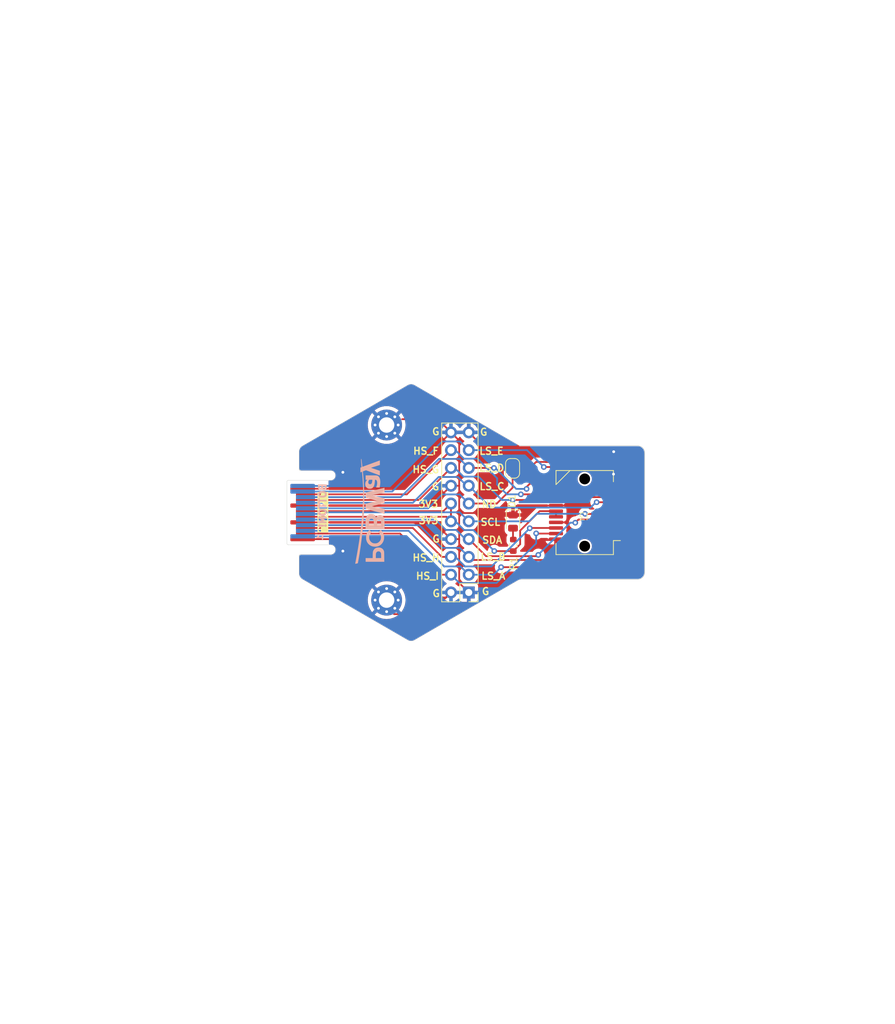
<source format=kicad_pcb>
(kicad_pcb (version 20240108) (generator "pcbnew") (generator_version "8.0")
  (layers (0 "F.Cu" signal) (31 "B.Cu" signal) (34 "B.Paste" user) (35 "F.Paste" user) (36 "B.SilkS" user "B.Silkscreen") (37 "F.SilkS" user "F.Silkscreen") (38 "B.Mask" user) (39 "F.Mask" user) (44 "Edge.Cuts" user))
  (net 0 "")
  (net 1 "/GND")
  (net 2 "/LS_A")
  (net 3 "/LS_B")
  (net 4 "/SDA")
  (net 5 "/SCL")
  (net 6 "/LS_C")
  (net 7 "/LS_D")
  (net 8 "/LS_E")
  (net 9 "/HS_F")
  (net 10 "/HS_G")
  (net 11 "/3V3")
  (net 12 "/HS_H")
  (net 13 "/HS_I")
  (net 14 "Net-(D1-A)")
  (net 15 "/HEXP_DET")
  (footprint "tildagon:hexpansion-edge-connector" (layer "F.Cu") (at 98.25 100)
    (property "Reference" "J1" (hide yes))
    (property "Value" "Hexpansion-Connector" (hide yes))
    (fp_line (start 0 4.4) (end 0 -4.4) (stroke (width 0.05)) (layer "Edge.Cuts"))
    (fp_line (start 6.25 -6) (end 2 -6) (stroke (width 0.05)) (layer "Edge.Cuts"))
    (fp_line (start 6.25 -4.6) (end 0.2 -4.6) (stroke (width 0.05)) (layer "Edge.Cuts"))
    (fp_line (start 6.25 4.6) (end 0.2 4.6) (stroke (width 0.05)) (layer "Edge.Cuts"))
    (fp_line (start 6.25 6) (end 2 6) (stroke (width 0.05)) (layer "Edge.Cuts"))
    (fp_arc (start 0 -4.4) (mid 0.058579 -4.541421) (end 0.2 -4.6) (stroke (width 0.05)) (layer "Edge.Cuts"))
    (fp_arc (start 0.2 4.6) (mid 0.058579 4.541421) (end 0 4.4) (stroke (width 0.05)) (layer "Edge.Cuts"))
    (fp_arc (start 6.25 -6) (mid 6.744975 -5.794975) (end 6.95 -5.3) (stroke (width 0.05)) (layer "Edge.Cuts"))
    (fp_arc (start 6.25 4.6) (mid 6.744975 4.805025) (end 6.95 5.3) (stroke (width 0.05)) (layer "Edge.Cuts"))
    (fp_arc (start 6.95 -5.3) (mid 6.744975 -4.805025) (end 6.25 -4.6) (stroke (width 0.05)) (layer "Edge.Cuts"))
    (fp_arc (start 6.95 5.3) (mid 6.744975 5.794975) (end 6.25 6) (stroke (width 0.05)) (layer "Edge.Cuts"))
  )
  (footprint "tildagon:SFP" (layer "F.Cu") (at 140.7922 100 180)
    (property "Reference" "J3")
    (property "Value" "Conn_02x10_Counter_Clockwise")
  )
  (footprint "LED_SMD:LED_0805_2012Metric" (layer "F.Cu") (at 130.55 101.29 -90)
    (property "Reference" "D1")
    (property "Value" "LED")
  )
  (footprint "MountingHole:MountingHole_2.2mm_M2_Pad_Via" (layer "F.Cu") (at 112.5 87.5)
    (property "Reference" "H2" (hide yes))
    (property "Value" "MountingHole_Pad")
  )
  (footprint "Connector_PinHeader_2.54mm:PinHeader_2x10_P2.54mm_Vertical" (layer "F.Cu") (at 124.23 111.41 180)
    (property "Reference" "J2" (hide yes))
    (property "Value" "Conn_02x10_Odd_Even" (hide yes))
  )
  (footprint "Jumper:SolderJumper-2_P1.3mm_Bridged_RoundedPad1.0x1.5mm" (layer "F.Cu") (at 130.49 93.69 90)
    (property "Reference" "JP1" (hide yes))
    (property "Value" "SolderJumper_2_Bridged" (hide yes))
  )
  (footprint "Resistor_SMD:R_0603_1608Metric" (layer "F.Cu") (at 130.59 104.68 90)
    (property "Reference" "R1")
    (property "Value" "R")
  )
  (footprint "MountingHole:MountingHole_2.2mm_M2_Pad_Via" (layer "F.Cu") (at 112.5 112.5)
    (property "Reference" "H1" (hide yes))
    (property "Value" "MountingHole_Pad")
  )
  (gr_poly (pts (xy 112.201654 101.766652) (xy 112.199456 101.387655) (xy 112.196557 101.24275) (xy 112.192247 101.123056) (xy 112.18637 101.025186) (xy 112.178768 100.945751) (xy 112.169282 100.881363) (xy 112.157755 100.828634) (xy 112.145115 100.785185) (xy 112.130479 100.743472) (xy 112.113899 100.703553) (xy 112.095428 100.665487) (xy 112.075117 100.62933) (xy 112.05302 100.595142) (xy 112.029188 100.562978) (xy 112.003673 100.532898) (xy 111.976529 100.504959) (xy 111.947808 100.47922) (xy 111.917561 100.455737) (xy 111.885841 100.434569) (xy 111.852701 100.415773) (xy 111.818192 100.399408) (xy 111.782367 100.385531) (xy 111.745279 100.3742) (xy 111.728476 100.370267) (xy 111.709785 100.366867) (xy 111.689473 100.363999) (xy 111.667808 100.361664) (xy 111.645058 100.359859) (xy 111.621489 100.358586) (xy 111.597369 100.357843) (xy 111.572966 100.35763) (xy 111.548546 100.357946) (xy 111.524378 100.358791) (xy 111.500728 100.360163) (xy 111.477865 100.362064) (xy 111.456055 100.364491) (xy 111.435567 100.367445) (xy 111.416666 100.370924) (xy 111.399622 100.374929) (xy 111.370169 100.383561) (xy 111.341198 100.39363) (xy 111.312779 100.405081) (xy 111.284986 100.41786) (xy 111.257891 100.431913) (xy 111.231567 100.447185) (xy 111.206085 100.463622) (xy 111.181518 100.481169) (xy 111.15794 100.499772) (xy 111.135421 100.519377) (xy 111.114034 100.539929) (xy 111.093852 100.561373) (xy 111.074948 100.583657) (xy 111.057393 100.606724) (xy 111.041259 100.63052) (xy 111.026621 100.654992) (xy 111.019077 100.668236) (xy 111.011785 100.680592) (xy 111.004921 100.69179) (xy 110.998663 100.70156) (xy 110.993187 100.70963) (xy 110.988671 100.715729) (xy 110.986828 100.717955) (xy 110.985291 100.719587) (xy 110.984083 100.720591) (xy 110.983225 100.720933) (xy 110.982817 100.720815) (xy 110.982345 100.720462) (xy 110.981811 100.719881) (xy 110.981217 100.719077) (xy 110.979857 100.716825) (xy 110.97828 100.713752) (xy 110.976503 100.709906) (xy 110.974543 100.705333) (xy 110.972415 100.700079) (xy 110.970137 100.694191) (xy 110.965191 100.680702) (xy 110.959836 100.665239) (xy 110.954202 100.648175) (xy 110.948419 100.629884) (xy 110.938718 100.601085) (xy 110.927613 100.572447) (xy 110.915211 100.544116) (xy 110.901618 100.516237) (xy 110.88694 100.488955) (xy 110.871286 100.462417) (xy 110.85476 100.436769) (xy 110.837471 100.412155) (xy 110.819524 100.388722) (xy 110.801026 100.366615) (xy 110.782084 100.34598) (xy 110.762804 100.326962) (xy 110.743294 100.309708) (xy 110.723659 100.294363) (xy 110.704006 100.281073) (xy 110.684442 100.269983) (xy 110.669848 100.263024) (xy 110.654419 100.256654) (xy 110.637998 100.250855) (xy 110.620427 100.245606) (xy 110.601545 100.240888) (xy 110.581196 100.236682) (xy 110.55922 100.232969) (xy 110.535459 100.229729) (xy 110.509755 100.226942) (xy 110.481948 100.224591) (xy 110.45188 100.222654) (xy 110.419393 100.221113) (xy 110.384328 100.219949) (xy 110.346526 100.219142) (xy 110.262079 100.218522) (xy 110.18795 100.218618) (xy 110.130974 100.219165) (xy 110.087766 100.220563) (xy 110.070267 100.221707) (xy 110.054941 100.223214) (xy 110.041364 100.225135) (xy 110.029114 100.227519) (xy 110.017767 100.230418) (xy 110.0069 100.23388) (xy 109.99609 100.237957) (xy 109.984914 100.242698) (xy 109.959772 100.254373) (xy 109.940059 100.264178) (xy 109.920652 100.274695) (xy 109.90156 100.285911) (xy 109.88279 100.297814) (xy 109.846255 100.323634) (xy 109.811118 100.352057) (xy 109.777449 100.382985) (xy 109.745317 100.416321) (xy 109.714793 100.451969) (xy 109.685945 100.48983) (xy 109.658846 100.529807) (xy 109.633563 100.571804) (xy 109.610168 100.615722) (xy 109.58873 100.661464) (xy 109.56932 100.708933) (xy 109.552006 100.758033) (xy 109.53686 100.808664) (xy 109.52395 100.86073) (xy 109.519629 100.880781) (xy 109.515788 100.900507) (xy 109.512392 100.920834) (xy 109.509405 100.942684) (xy 109.50679 100.966981) (xy 109.504511 100.994648) (xy 109.50253 101.02661) (xy 109.500812 101.063789) (xy 109.499321 101.10711) (xy 109.498019 101.157495) (xy 109.495839 101.283154) (xy 109.49398 101.448155) (xy 109.492151 101.659887) (xy 109.486154 102.341321) (xy 110.671671 102.341318) (xy 110.671671 101.663022) (xy 109.974344 101.663022) (xy 109.98234 101.433786) (xy 109.987096 101.339822) (xy 109.99337 101.253438) (xy 109.996848 101.216084) (xy 110.000431 101.184218) (xy 110.004028 101.159039) (xy 110.007547 101.141744) (xy 110.008158 101.141744) (xy 110.018671 101.106443) (xy 110.024491 101.089748) (xy 110.03069 101.073689) (xy 110.03727 101.058262) (xy 110.044234 101.043467) (xy 110.051583 101.029302) (xy 110.059321 101.015765) (xy 110.06745 101.002853) (xy 110.075971 100.990566) (xy 110.084889 100.978902) (xy 110.094204 100.967858) (xy 110.10392 100.957433) (xy 110.114039 100.947626) (xy 110.124563 100.938433) (xy 110.135494 100.929855) (xy 110.146836 100.921888) (xy 110.15859 100.914531) (xy 110.170759 100.907782) (xy 110.183345 100.90164) (xy 110.196351 100.896103) (xy 110.209779 100.891168) (xy 110.223632 100.886835) (xy 110.237911 100.883101) (xy 110.25262 100.879964) (xy 110.267761 100.877423) (xy 110.283336 100.875476) (xy 110.299347 100.874122) (xy 110.315798 100.873357) (xy 110.33269 100.873182) (xy 110.350025 100.873593) (xy 110.367807 100.874589) (xy 110.386529 100.876301) (xy 110.404567 100.878699) (xy 110.421928 100.881788) (xy 110.438618 100.885571) (xy 110.454642 100.890051) (xy 110.470007 100.895231) (xy 110.484719 100.901114) (xy 110.498785 100.907704) (xy 110.51221 100.915004) (xy 110.525001 100.923018) (xy 110.537163 100.931748) (xy 110.548704 100.941198) (xy 110.559629 100.951371) (xy 110.569944 100.96227) (xy 110.579656 100.973899) (xy 110.58877 100.986261) (xy 110.600128 101.003069) (xy 110.610257 101.019165) (xy 110.619235 101.034964) (xy 110.627139 101.050881) (xy 110.630713 101.059014) (xy 110.634047 101.067333) (xy 110.637153 101.075889) (xy 110.640039 101.084734) (xy 110.642715 101.093921) (xy 110.645191 101.103501) (xy 110.647477 101.113526) (xy 110.649582 101.124048) (xy 110.653289 101.146791) (xy 110.656392 101.172146) (xy 110.658967 101.200528) (xy 110.661093 101.232352) (xy 110.662848 101.268034) (xy 110.66431 101.30799) (xy 110.666666 101.402383) (xy 110.671671 101.663022) (xy 110.671671 102.341318) (xy 110.84411 102.341317) (xy 111.715402 102.341317) (xy 111.715402 101.663022) (xy 111.134287 101.663022) (xy 111.134287 101.47508) (xy 111.1345 101.421267) (xy 111.135243 101.376769) (xy 111.13667 101.340059) (xy 111.138937 101.309611) (xy 111.142198 101.283897) (xy 111.144249 101.272338) (xy 111.146608 101.26139) (xy 111.152322 101.240566) (xy 111.159494 101.219896) (xy 111.159281 101.219896) (xy 111.163451 101.20927) (xy 111.167879 101.198978) (xy 111.172565 101.189021) (xy 111.177509 101.179397) (xy 111.182711 101.170108) (xy 111.188172 101.161153) (xy 111.193891 101.152532) (xy 111.199869 101.144245) (xy 111.206105 101.136292) (xy 111.212601 101.128672) (xy 111.219355 101.121386) (xy 111.226368 101.114434) (xy 111.233641 101.107815) (xy 111.241173 101.10153) (xy 111.248964 101.095578) (xy 111.257015 101.089959) (xy 111.265326 101.084674) (xy 111.273896 101.079722) (xy 111.282726 101.075103) (xy 111.291817 101.070817) (xy 111.301167 101.066864) (xy 111.310778 101.063244) (xy 111.320649 101.059957) (xy 111.330781 101.057003) (xy 111.341173 101.054381) (xy 111.351827 101.052092) (xy 111.362741 101.050136) (xy 111.373916 101.048512) (xy 111.385352 101.04722) (xy 111.397049 101.046261) (xy 111.421228 101.045339) (xy 111.445162 101.045888) (xy 111.46844 101.048028) (xy 111.490995 101.051716) (xy 111.512758 101.056906) (xy 111.53366 101.063553) (xy 111.553632 101.071611) (xy 111.572608 101.081035) (xy 111.590517 101.091781) (xy 111.607292 101.103804) (xy 111.622864 101.117057) (xy 111.637165 101.131497) (xy 111.650126 101.147077) (xy 111.661679 101.163753) (xy 111.671755 101.181479) (xy 111.680286 101.200211) (xy 111.687204 101.219903) (xy 111.688718 101.225764) (xy 111.690255 101.233474) (xy 111.693355 101.253939) (xy 111.696422 101.280292) (xy 111.699375 101.311529) (xy 111.702131 101.346642) (xy 111.704609 101.384627) (xy 111.706725 101.424476) (xy 111.708399 101.465185) (xy 111.715402 101.663022) (xy 111.715402 102.341317) (xy 112.201807 102.341317)) (fill solid) (layer "B.SilkS"))
  (gr_poly (pts (xy 112.138307 103.487503) (xy 112.134994 103.41347) (xy 112.132328 103.378495) (xy 112.128987 103.345377) (xy 112.124966 103.31449) (xy 112.120264 103.286207) (xy 112.10905 103.232686) (xy 112.095803 103.179631) (xy 112.080567 103.127126) (xy 112.063385 103.075252) (xy 112.044301 103.024091) (xy 112.023359 102.973726) (xy 112.000603 102.92424) (xy 111.976076 102.875716) (xy 111.949823 102.828234) (xy 111.921887 102.781879) (xy 111.892311 102.736731) (xy 111.861141 102.692875) (xy 111.828419 102.650392) (xy 111.79419 102.609365) (xy 111.758497 102.569875) (xy 111.721384 102.532007) (xy 111.653177 102.465188) (xy 111.494898 102.631601) (xy 111.336618 102.798013) (xy 111.417215 102.883455) (xy 111.453321 102.923929) (xy 111.487184 102.966348) (xy 111.518738 103.010522) (xy 111.547914 103.056256) (xy 111.574647 103.103361) (xy 111.598868 103.151644) (xy 111.62051 103.200913) (xy 111.639507 103.250977) (xy 111.655791 103.301644) (xy 111.669296 103.352722) (xy 111.679953 103.40402) (xy 111.687696 103.455345) (xy 111.692457 103.506506) (xy 111.69417 103.557311) (xy 111.692767 103.607569) (xy 111.688181 103.657087) (xy 111.682443 103.697331) (xy 111.675577 103.735991) (xy 111.667528 103.773178) (xy 111.65824 103.809004) (xy 111.647657 103.84358) (xy 111.635722 103.877018) (xy 111.622382 103.909427) (xy 111.607578 103.94092) (xy 111.591256 103.971607) (xy 111.573361 104.001601) (xy 111.553835 104.031011) (xy 111.532623 104.05995) (xy 111.50967 104.088528) (xy 111.48492 104.116857) (xy 111.458316 104.145047) (xy 111.429804 104.173211) (xy 111.397691 104.202835) (xy 111.365683 104.230161) (xy 111.333643 104.255242) (xy 111.301438 104.278132) (xy 111.268931 104.298884) (xy 111.235988 104.317552) (xy 111.202474 104.334189) (xy 111.168255 104.348848) (xy 111.133194 104.361582) (xy 111.097158 104.372446) (xy 111.06001 104.381492) (xy 111.021617 104.388773) (xy 110.981842 104.394344) (xy 110.940552 104.398256) (xy 110.897611 104.400565) (xy 110.852884 104.401323) (xy 110.805676 104.400531) (xy 110.760354 104.398125) (xy 110.716803 104.394062) (xy 110.674911 104.388297) (xy 110.634564 104.380786) (xy 110.595648 104.371485) (xy 110.55805 104.360349) (xy 110.521656 104.347335) (xy 110.486353 104.332397) (xy 110.452028 104.315492) (xy 110.418567 104.296576) (xy 110.385856 104.275604) (xy 110.353782 104.252532) (xy 110.322232 104.227316) (xy 110.291092 104.199911) (xy 110.260248 104.170274) (xy 110.232351 104.141751) (xy 110.21986 104.128469) (xy 110.20823 104.115693) (xy 110.197383 104.103312) (xy 110.187236 104.091217) (xy 110.177708 104.079297) (xy 110.168718 104.067441) (xy 110.160186 104.055539) (xy 110.152029 104.043482) (xy 110.144167 104.031158) (xy 110.136519 104.018458) (xy 110.129003 104.005271) (xy 110.121539 103.991487) (xy 110.114045 103.976996) (xy 110.106439 103.961686) (xy 110.093233 103.934031) (xy 110.081219 103.907573) (xy 110.07035 103.882105) (xy 110.06058 103.857422) (xy 110.051861 103.833317) (xy 110.044147 103.809582) (xy 110.037388 103.786012) (xy 110.03154 103.762399) (xy 110.026554 103.738538) (xy 110.022383 103.71422) (xy 110.01898 103.689241) (xy 110.016298 103.663392) (xy 110.01429 103.636468) (xy 110.012908 103.608261) (xy 110.012105 103.578565) (xy 110.011835 103.547174) (xy 110.01262 103.498588) (xy 110.015091 103.452189) (xy 110.019371 103.407681) (xy 110.025585 103.364769) (xy 110.033855 103.323156) (xy 110.044305 103.282548) (xy 110.057058 103.242649) (xy 110.072237 103.203162) (xy 110.089966 103.163792) (xy 110.110369 103.124244) (xy 110.133568 103.084221) (xy 110.159687 103.043429) (xy 110.18885 103.00157) (xy 110.221179 102.95835) (xy 110.256798 102.913473) (xy 110.295832 102.866643) (xy 110.356531 102.795324) (xy 110.195917 102.637311) (xy 110.035303 102.479299) (xy 109.950205 102.568887) (xy 109.919185 102.602577) (xy 109.889177 102.637285) (xy 109.860227 102.672931) (xy 109.83238 102.709436) (xy 109.80568 102.746719) (xy 109.780174 102.784702) (xy 109.755905 102.823305) (xy 109.73292 102.862449) (xy 109.711262 102.902052) (xy 109.690978 102.942038) (xy 109.672113 102.982324) (xy 109.654711 103.022833) (xy 109.638818 103.063485) (xy 109.624478 103.104199) (xy 109.611738 103.144897) (xy 109.600641 103.185499) (xy 109.594523 103.213559) (xy 109.588972 103.246759) (xy 109.57965 103.325669) (xy 109.572838 103.41642) (xy 109.568701 103.513202) (xy 109.5674 103.610206) (xy 109.569098 103.70162) (xy 109.57396 103.781637) (xy 109.577628 103.815555) (xy 109.582147 103.844446) (xy 109.581903 103.844446) (xy 109.598556 103.92039) (xy 109.619309 103.994458) (xy 109.644058 104.066513) (xy 109.6727 104.136421) (xy 109.705131 104.204047) (xy 109.741249 104.269257) (xy 109.78095 104.331914) (xy 109.824131 104.391884) (xy 109.870688 104.449033) (xy 109.920517 104.503225) (xy 109.973516 104.554325) (xy 110.029581 104.602199) (xy 110.088609 104.646711) (xy 110.150496 104.687727) (xy 110.215139 104.725111) (xy 110.282434 104.758729) (xy 110.347836 104.786277) (xy 110.416245 104.810014) (xy 110.487213 104.829946) (xy 110.560293 104.846079) (xy 110.635039 104.858417) (xy 110.711003 104.866966) (xy 110.787737 104.871731) (xy 110.864796 104.872718) (xy 110.94173 104.86993) (xy 111.018094 104.863375) (xy 111.09344 104.853056) (xy 111.167321 104.838979) (xy 111.239289 104.82115) (xy 111.308898 104.799573) (xy 111.375701 104.774254) (xy 111.439249 104.745199) (xy 111.501869 104.711372) (xy 111.562389 104.67371) (xy 111.620676 104.632389) (xy 111.6766 104.587584) (xy 111.730027 104.539473) (xy 111.780827 104.48823) (xy 111.828866 104.434032) (xy 111.874014 104.377056) (xy 111.916138 104.317477) (xy 111.955106 104.255473) (xy 111.990787 104.191218) (xy 112.023048 104.124889) (xy 112.051758 104.056662) (xy 112.076784 103.986715) (xy 112.097995 103.915221) (xy 112.115259 103.842359) (xy 112.120489 103.814173) (xy 112.125077 103.783371) (xy 112.129019 103.750325) (xy 112.132312 103.715408) (xy 112.136944 103.641454) (xy 112.13895 103.564492)) (fill solid) (layer "B.SilkS"))
  (gr_poly (pts (xy 111.597423 95.594158) (xy 111.593003 95.509928) (xy 111.585668 95.429517) (xy 111.575445 95.352992) (xy 111.562359 95.280419) (xy 111.546436 95.211864) (xy 111.527703 95.147393) (xy 111.506185 95.087073) (xy 111.48191 95.03097) (xy 111.454901 94.979151) (xy 111.425187 94.931681) (xy 111.392792 94.888628) (xy 111.357743 94.850056) (xy 111.320066 94.816034) (xy 111.279788 94.786626) (xy 111.236933 94.761899) (xy 111.212419 94.749611) (xy 111.189582 94.738847) (xy 111.178357 94.734004) (xy 111.167029 94.729505) (xy 111.155422 94.725336) (xy 111.143362 94.721485) (xy 111.130676 94.717939) (xy 111.117189 94.714686) (xy 111.102726 94.711713) (xy 111.087113 94.709007) (xy 111.070175 94.706556) (xy 111.051739 94.704348) (xy 111.031629 94.702369) (xy 111.009672 94.700607) (xy 110.985693 94.699049) (xy 110.959518 94.697683) (xy 110.899881 94.695477) (xy 110.829366 94.693887) (xy 110.746578 94.692812) (xy 110.650122 94.692151) (xy 110.538603 94.691804) (xy 110.264795 94.691648) (xy 109.501215 94.691648) (xy 109.501215 95.318685) (xy 109.603571 95.322385) (xy 109.705912 95.325986) (xy 109.647104 95.394838) (xy 109.624471 95.422365) (xy 109.603197 95.450372) (xy 109.58328 95.478869) (xy 109.564716 95.507862) (xy 109.547502 95.537361) (xy 109.531636 95.567373) (xy 109.517113 95.597907) (xy 109.503931 95.62897) (xy 109.492086 95.660571) (xy 109.481576 95.692717) (xy 109.472397 95.725417) (xy 109.464547 95.75868) (xy 109.45802 95.792512) (xy 109.452816 95.826923) (xy 109.44893 95.86192) (xy 109.44636 95.897512) (xy 109.44518 95.923) (xy 109.44461 95.949713) (xy 109.444601 95.976855) (xy 109.445108 96.003631) (xy 109.446085 96.029249) (xy 109.447484 96.052913) (xy 109.449259 96.073829) (xy 109.451364 96.091203) (xy 109.451548 96.091218) (xy 109.459308 96.130559) (xy 109.47016 96.169355) (xy 109.483964 96.207447) (xy 109.500581 96.244679) (xy 109.519871 96.280889) (xy 109.541694 96.31592) (xy 109.565913 96.349612) (xy 109.592386 96.381807) (xy 109.620975 96.412345) (xy 109.651541 96.441069) (xy 109.683943 96.467819) (xy 109.718043 96.492436) (xy 109.753701 96.514761) (xy 109.790778 96.534637) (xy 109.829135 96.551902) (xy 109.868631 96.5664) (xy 109.879619 96.569851) (xy 109.890581 96.573016) (xy 109.901596 96.575907) (xy 109.912743 96.578531) (xy 109.924099 96.580899) (xy 109.935744 96.583021) (xy 109.947755 96.584904) (xy 109.960211 96.586561) (xy 109.97319 96.587998) (xy 109.98677 96.589227) (xy 110.001031 96.590257) (xy 110.01605 96.591097) (xy 110.048676 96.592245) (xy 110.085276 96.592748) (xy 110.135456 96.59183) (xy 110.135456 95.956504) (xy 110.121848 95.956155) (xy 110.107972 95.955204) (xy 110.093831 95.95365) (xy 110.079429 95.951491) (xy 110.064768 95.948724) (xy 110.048363 95.94485) (xy 110.03285 95.940214) (xy 110.01821 95.934796) (xy 110.004421 95.928577) (xy 109.991466 95.921537) (xy 109.985294 95.917704) (xy 109.979323 95.913658) (xy 109.97355 95.909398) (xy 109.967973 95.90492) (xy 109.96259 95.900223) (xy 109.957397 95.895304) (xy 109.952393 95.89016) (xy 109.947575 95.884789) (xy 109.94294 95.87919) (xy 109.938486 95.873359) (xy 109.930112 95.860991) (xy 109.922433 95.847669) (xy 109.915428 95.833371) (xy 109.909078 95.818079) (xy 109.903363 95.801774) (xy 109.898264 95.784437) (xy 109.893795 95.766962) (xy 109.88995 95.750107) (xy 109.886731 95.733788) (xy 109.884138 95.717922) (xy 109.882173 95.702424) (xy 109.880836 95.687211) (xy 109.880129 95.6722) (xy 109.880052 95.657306) (xy 109.880607 95.642447) (xy 109.881795 95.627537) (xy 109.883616 95.612494) (xy 109.886072 95.597233) (xy 109.889163 95.581671) (xy 109.892891 95.565725) (xy 109.897257 95.54931) (xy 109.902262 95.532342) (xy 109.90246 95.532335) (xy 109.905182 95.523987) (xy 109.908298 95.515192) (xy 109.915571 95.496554) (xy 109.923988 95.477018) (xy 109.933258 95.457181) (xy 109.943091 95.43764) (xy 109.953197 95.418991) (xy 109.963284 95.401833) (xy 109.96823 95.393999) (xy 109.973062 95.386762) (xy 110.019266 95.319722) (xy 110.237558 95.319722) (xy 110.304726 95.31984) (xy 110.356578 95.320327) (xy 110.395075 95.321382) (xy 110.422176 95.323205) (xy 110.432066 95.324468) (xy 110.439843 95.325997) (xy 110.44575 95.327819) (xy 110.450034 95.329958) (xy 110.45294 95.332439) (xy 110.454712 95.335286) (xy 110.455595 95.338526) (xy 110.455835 95.342183) (xy 110.455366 95.358295) (xy 110.454016 95.378165) (xy 110.449024 95.426997) (xy 110.441559 95.484302) (xy 110.432321 95.545704) (xy 110.422011 95.606828) (xy 110.411328 95.663297) (xy 110.400971 95.710736) (xy 110.396134 95.729701) (xy 110.391642 95.744767) (xy 110.386304 95.760013) (xy 110.380624 95.774703) (xy 110.374604 95.788836) (xy 110.368247 95.802411) (xy 110.361556 95.815426) (xy 110.354534 95.827879) (xy 110.347184 95.839768) (xy 110.339507 95.851091) (xy 110.331508 95.861848) (xy 110.323189 95.872035) (xy 110.314552 95.881652) (xy 110.3056 95.890697) (xy 110.296336 95.899167) (xy 110.286764 95.907062) (xy 110.276885 95.914379) (xy 110.266703 95.921117) (xy 110.256219 95.927273) (xy 110.245438 95.932847) (xy 110.234362 95.937837) (xy 110.222993 95.94224) (xy 110.211334 95.946056) (xy 110.199389 95.949281) (xy 110.187159 95.951916) (xy 110.174649 95.953957) (xy 110.161859 95.955403) (xy 110.148794 95.956253) (xy 110.135456 95.956504) (xy 110.135456 96.59183) (xy 110.13843 96.591776) (xy 110.188964 96.588263) (xy 110.236963 96.582157) (xy 110.282516 96.573405) (xy 110.325707 96.561956) (xy 110.366625 96.547758) (xy 110.405356 96.530758) (xy 110.441986 96.510903) (xy 110.476603 96.488143) (xy 110.509292 96.462424) (xy 110.540142 96.433695) (xy 110.569238 96.401903) (xy 110.596668 96.366996) (xy 110.622518 96.328923) (xy 110.646874 96.28763) (xy 110.669824 96.243066) (xy 110.684677 96.210974) (xy 110.698563 96.178245) (xy 110.711541 96.144597) (xy 110.723668 96.109749) (xy 110.735003 96.07342) (xy 110.745602 96.035328) (xy 110.755524 95.995192) (xy 110.764828 95.95273) (xy 110.77357 95.907662) (xy 110.781808 95.859706) (xy 110.789601 95.808581) (xy 110.797006 95.754005) (xy 110.804082 95.695697) (xy 110.810885 95.633376) (xy 110.823908 95.495569) (xy 110.839701 95.313432) (xy 110.894098 95.316934) (xy 110.908071 95.318158) (xy 110.92161 95.319999) (xy 110.934717 95.322461) (xy 110.947398 95.325551) (xy 110.959656 95.329275) (xy 110.971496 95.33364) (xy 110.982921 95.338651) (xy 110.993937 95.344315) (xy 111.004546 95.350638) (xy 111.014754 95.357626) (xy 111.024565 95.365285) (xy 111.033982 95.373622) (xy 111.043009 95.382643) (xy 111.051652 95.392353) (xy 111.059914 95.40276) (xy 111.067799 95.413868) (xy 111.075311 95.425685) (xy 111.082455 95.438217) (xy 111.089234 95.451469) (xy 111.095654 95.465449) (xy 111.101717 95.480161) (xy 111.107429 95.495613) (xy 111.112793 95.51181) (xy 111.117814 95.528759) (xy 111.122495 95.546465) (xy 111.126841 95.564936) (xy 111.130856 95.584177) (xy 111.134544 95.604194) (xy 111.140957 95.646583) (xy 111.146112 95.692151) (xy 111.148753 95.726254) (xy 111.150153 95.760807) (xy 111.150312 95.795804) (xy 111.149231 95.831244) (xy 111.146912 95.86712) (xy 111.143356 95.90343) (xy 111.138562 95.940169) (xy 111.132532 95.977332) (xy 111.125267 96.014917) (xy 111.116767 96.052919) (xy 111.107034 96.091333) (xy 111.096069 96.130156) (xy 111.083871 96.169384) (xy 111.070443 96.209012) (xy 111.055784 96.249036) (xy 111.039896 96.289453) (xy 111.033614 96.305543) (xy 111.027751 96.321708) (xy 111.022437 96.33751) (xy 111.017799 96.352515) (xy 111.013968 96.366285) (xy 111.011072 96.378384) (xy 111.00924 96.388375) (xy 111.008763 96.392444) (xy 111.0086 96.395822) (xy 111.0086 96.425062) (xy 111.497507 96.425062) (xy 111.509806 96.377961) (xy 111.528073 96.301085) (xy 111.544944 96.216332) (xy 111.560098 96.1262) (xy 111.573213 96.033181) (xy 111.583972 95.939772) (xy 111.592053 95.848465) (xy 111.597136 95.761757) (xy 111.598902 95.682142)) (fill solid) (layer "B.SilkS"))
  (gr_poly (pts (xy 112.160486 106.345136) (xy 112.156853 106.056937) (xy 112.152113 105.827903) (xy 112.146509 105.669073) (xy 112.143458 105.619434) (xy 112.140283 105.591485) (xy 112.12748 105.535359) (xy 112.111141 105.48144) (xy 112.09136 105.429822) (xy 112.068228 105.380595) (xy 112.041836 105.333852) (xy 112.012275 105.289684) (xy 111.979637 105.248184) (xy 111.944013 105.209444) (xy 111.905496 105.173556) (xy 111.864175 105.140611) (xy 111.820143 105.110702) (xy 111.77349 105.08392) (xy 111.724309 105.060358) (xy 111.672691 105.040107) (xy 111.618728 105.02326) (xy 111.562509 105.009908) (xy 111.532134 105.004465) (xy 111.5 105) (xy 111.466412 104.996499) (xy 111.431675 104.99395) (xy 111.396095 104.992338) (xy 111.359977 104.991651) (xy 111.323626 104.991875) (xy 111.287348 104.992997) (xy 111.251447 104.995004) (xy 111.216229 104.997883) (xy 111.181999 105.00162) (xy 111.149063 105.006203) (xy 111.117725 105.011617) (xy 111.088291 105.01785) (xy 111.061066 105.024889) (xy 111.036356 105.03272) (xy 111.000803 105.046136) (xy 110.966378 105.06095) (xy 110.933091 105.077155) (xy 110.900949 105.094743) (xy 110.86996 105.113708) (xy 110.840133 105.134041) (xy 110.811477 105.155736) (xy 110.783998 105.178785) (xy 110.757707 105.203181) (xy 110.73261 105.228916) (xy 110.708716 105.255982) (xy 110.686034 105.284374) (xy 110.664571 105.314083) (xy 110.644336 105.345101) (xy 110.625338 105.377422) (xy 110.607584 105.411039) (xy 110.594064 105.439018) (xy 110.581911 105.466424) (xy 110.571043 105.493845) (xy 110.561379 105.521868) (xy 110.552838 105.551081) (xy 110.545338 105.582072) (xy 110.538798 105.615428) (xy 110.533136 105.651738) (xy 110.528271 105.691587) (xy 110.524121 105.735565) (xy 110.520605 105.784259) (xy 110.517642 105.838257) (xy 110.515149 105.898145) (xy 110.513047 105.964513) (xy 110.509684 106.119035) (xy 110.50268 106.499006) (xy 109.501093 106.499006) (xy 109.501093 107.026571) (xy 110.958139 107.026571) (xy 110.958139 106.499322) (xy 110.958429 106.238496) (xy 110.95953 106.130286) (xy 110.96233 106.028461) (xy 110.966379 105.944466) (xy 110.968733 105.912731) (xy 110.971231 105.889745) (xy 110.971338 105.889802) (xy 110.978415 105.849677) (xy 110.982837 105.830459) (xy 110.987839 105.811812) (xy 110.993415 105.79374) (xy 110.99956 105.776251) (xy 111.006268 105.759349) (xy 111.013531 105.74304) (xy 111.021345 105.72733) (xy 111.029703 105.712225) (xy 111.0386 105.69773) (xy 111.048028 105.683851) (xy 111.057983 105.670594) (xy 111.068457 105.657964) (xy 111.079446 105.645967) (xy 111.090942 105.634609) (xy 111.102941 105.623895) (xy 111.115435 105.613831) (xy 111.128419 105.604423) (xy 111.141887 105.595676) (xy 111.155832 105.587597) (xy 111.170249 105.58019) (xy 111.185132 105.573462) (xy 111.200474 105.567417) (xy 111.21627 105.562063) (xy 111.232513 105.557404) (xy 111.249197 105.553446) (xy 111.266317 105.550195) (xy 111.283866 105.547657) (xy 111.301839 105.545837) (xy 111.320228 105.54474) (xy 111.339029 105.544374) (xy 111.358338 105.544631) (xy 111.376646 105.545425) (xy 111.394038 105.546785) (xy 111.4106 105.548743) (xy 111.426416 105.551329) (xy 111.441573 105.554575) (xy 111.456156 105.558512) (xy 111.470251 105.563169) (xy 111.483943 105.568579) (xy 111.497316 105.574773) (xy 111.510458 105.58178) (xy 111.523454 105.589633) (xy 111.536388 105.598362) (xy 111.549346 105.607997) (xy 111.562414 105.618571) (xy 111.575678 105.630113) (xy 111.596696 105.649712) (xy 111.606354 105.659351) (xy 111.615465 105.668972) (xy 111.624046 105.678642) (xy 111.632114 105.688428) (xy 111.639684 105.698398) (xy 111.646774 105.708619) (xy 111.653399 105.719158) (xy 111.659575 105.730083) (xy 111.66532 105.741459) (xy 111.670649 105.753355) (xy 111.675579 105.765838) (xy 111.680125 105.778975) (xy 111.684305 105.792832) (xy 111.688135 105.807478) (xy 111.691631 105.82298) (xy 111.694809 105.839403) (xy 111.697685 105.856817) (xy 111.700277 105.875287) (xy 111.7026 105.894882) (xy 111.70467 105.915668) (xy 111.708119 105.961081) (xy 111.710754 106.012066) (xy 111.712706 106.06916) (xy 111.714105 106.132898) (xy 111.715082 106.203821) (xy 111.718088 106.492723) (xy 110.958139 106.499322) (xy 110.958139 107.026571) (xy 112.166483 107.026571)) (fill solid) (layer "B.SilkS"))
  (gr_poly (pts (xy 111.231668 93.938024) (xy 110.60676 93.727876) (xy 110.481678 93.685662) (xy 110.377882 93.649877) (xy 110.306181 93.624298) (xy 110.285744 93.616516) (xy 110.277384 93.612703) (xy 110.27723 93.611892) (xy 110.278337 93.610729) (xy 110.284755 93.607216) (xy 110.297481 93.60189) (xy 110.317357 93.594479) (xy 110.345224 93.584712) (xy 110.381926 93.572315) (xy 110.485199 93.538544) (xy 110.633913 93.490989) (xy 110.834805 93.427473) (xy 111.420069 93.243841) (xy 111.536264 93.207471) (xy 111.536264 92.880544) (xy 111.535596 92.721591) (xy 111.534644 92.665105) (xy 111.533174 92.62218) (xy 111.53111 92.591489) (xy 111.528372 92.571709) (xy 111.526726 92.565495) (xy 111.524883 92.561512) (xy 111.522831 92.559594) (xy 111.520563 92.559575) (xy 110.132299 93.072169) (xy 109.04014 93.468396) (xy 109.037793 93.456701) (xy 109.03319 93.4253) (xy 109.01831 93.311992) (xy 108.997695 93.145699) (xy 108.973535 92.943651) (xy 108.904535 92.369867) (xy 108.89654 92.315328) (xy 108.865045 92.357309) (xy 108.858538 92.365853) (xy 108.855613 92.369822) (xy 108.852914 92.373786) (xy 108.850444 92.377893) (xy 108.848209 92.38229) (xy 108.84718 92.384645) (xy 108.846212 92.387127) (xy 108.845304 92.389756) (xy 108.844458 92.39255) (xy 108.843673 92.395527) (xy 108.842951 92.398707) (xy 108.842291 92.402107) (xy 108.841696 92.405746) (xy 108.840697 92.413815) (xy 108.839958 92.423062) (xy 108.839485 92.433635) (xy 108.83928 92.445682) (xy 108.839349 92.459349) (xy 108.839697 92.474787) (xy 108.840327 92.492141) (xy 108.841243 92.51156) (xy 108.842451 92.533192) (xy 108.843954 92.557185) (xy 108.845758 92.583686) (xy 108.847866 92.612844) (xy 108.853012 92.679719) (xy 108.859429 92.758995) (xy 108.867151 92.851853) (xy 108.886652 93.083047) (xy 108.911575 93.3894) (xy 108.918459 93.483276) (xy 108.920145 93.518564) (xy 108.919359 93.519019) (xy 108.917777 93.519773) (xy 108.912397 93.522111) (xy 108.904337 93.525438) (xy 108.893932 93.529615) (xy 108.867426 93.539965) (xy 108.851992 93.545861) (xy 108.83555 93.552053) (xy 108.753946 93.582551) (xy 108.75094 93.923578) (xy 108.749971 94.055991) (xy 108.749939 94.164426) (xy 108.750659 94.237692) (xy 108.751244 94.25764) (xy 108.751947 94.2646) (xy 108.754978 94.263708) (xy 108.762247 94.261153) (xy 108.787548 94.251766) (xy 108.823953 94.237874) (xy 108.867563 94.22091) (xy 108.911006 94.20418) (xy 108.947031 94.190924) (xy 108.961089 94.186016) (xy 108.971886 94.182479) (xy 108.978953 94.180478) (xy 108.980941 94.180106) (xy 108.981821 94.180181) (xy 108.986195 94.214125) (xy 108.994828 94.303306) (xy 109.02046 94.595761) (xy 109.049898 94.954323) (xy 109.07432 95.275766) (xy 109.103406 95.739731) (xy 109.124375 96.198052) (xy 109.137239 96.657366) (xy 109.142006 97.124308) (xy 109.138687 97.605515) (xy 109.127292 98.107621) (xy 109.107832 98.637263) (xy 109.080316 99.201078) (xy 109.02969 100.010512) (xy 108.96491 100.824188) (xy 108.88558 101.645363) (xy 108.791305 102.477295) (xy 108.681689 103.323241) (xy 108.556335 104.186458) (xy 108.414847 105.070205) (xy 108.25683 105.977739) (xy 108.109774 106.773148) (xy 108.011103 107.287221) (xy 108.010269 107.290649) (xy 108.009644 107.293854) (xy 108.009224 107.296834) (xy 108.009007 107.299592) (xy 108.00899 107.302127) (xy 108.00917 107.304438) (xy 108.009333 107.30551) (xy 108.009545 107.306527) (xy 108.009804 107.307488) (xy 108.010111 107.308393) (xy 108.010465 107.309243) (xy 108.010866 107.310037) (xy 108.011313 107.310776) (xy 108.011807 107.311459) (xy 108.012346 107.312086) (xy 108.012931 107.312658) (xy 108.013561 107.313175) (xy 108.014235 107.313636) (xy 108.014955 107.314042) (xy 108.015718 107.314392) (xy 108.016525 107.314687) (xy 108.017375 107.314927) (xy 108.018269 107.315111) (xy 108.019205 107.31524) (xy 108.020183 107.315313) (xy 108.021204 107.315332) (xy 108.020777 107.31532) (xy 108.042907 107.312176) (xy 108.087168 107.303971) (xy 108.211468 107.278786) (xy 108.332451 107.252591) (xy 108.372567 107.243123) (xy 108.388895 107.23821) (xy 108.390942 107.230283) (xy 108.395396 107.209257) (xy 108.410381 107.133652) (xy 108.431572 107.022875) (xy 108.45669 106.888406) (xy 108.630521 105.888163) (xy 108.786846 104.863834) (xy 108.924653 103.825158) (xy 109.042932 102.781875) (xy 109.140672 101.743725) (xy 109.216862 100.720448) (xy 109.27049 99.721783) (xy 109.300547 98.75747) (xy 109.306697 98.225894) (xy 109.305064 97.690674) (xy 109.295661 97.152217) (xy 109.278503 96.610933) (xy 109.253606 96.067227) (xy 109.220984 95.52151) (xy 109.180651 94.974187) (xy 109.132624 94.425668) (xy 109.104517 94.128259) (xy 109.321207 94.044111) (xy 109.365196 94.027338) (xy 109.40712 94.011944) (xy 109.445998 93.998248) (xy 109.480848 93.986567) (xy 109.51069 93.977221) (xy 109.534543 93.970529) (xy 109.551426 93.96681) (xy 109.556947 93.966165) (xy 109.560358 93.966382) (xy 109.861666 94.078335) (xy 110.554636 94.338517) (xy 111.531259 94.704236) (xy 111.531811 94.702516) (xy 111.532338 94.697469) (xy 111.53331 94.678074) (xy 111.534164 94.64741) (xy 111.534889 94.606839) (xy 111.535905 94.501411) (xy 111.536264 94.37267) (xy 111.536264 94.041105)) (fill solid) (layer "B.SilkS"))
  (gr_poly (pts (xy 112.199655 98.303216) (xy 112.196649 97.964319) (xy 111.442987 97.785459) (xy 110.545008 97.572885) (xy 110.507764 97.563988) (xy 110.477652 97.556329) (xy 110.454297 97.549769) (xy 110.437321 97.544167) (xy 110.431107 97.541682) (xy 110.426348 97.539384) (xy 110.422995 97.537255) (xy 110.421002 97.535279) (xy 110.4205 97.534343) (xy 110.420321 97.533438) (xy 110.420458 97.532562) (xy 110.420906 97.531713) (xy 110.422709 97.530089) (xy 110.425684 97.528547) (xy 110.448496 97.522599) (xy 110.504136 97.509647) (xy 110.699209 97.465989) (xy 110.981515 97.404085) (xy 111.321665 97.330449) (xy 111.938375 97.196472) (xy 112.198007 97.137628) (xy 112.198547 97.135336) (xy 112.199038 97.129666) (xy 112.199869 97.108895) (xy 112.200488 97.076726) (xy 112.200884 97.034566) (xy 112.20096 96.925919) (xy 112.200006 96.794233) (xy 112.197 96.456178) (xy 110.852976 96.796365) (xy 109.508951 97.136556) (xy 109.508951 97.888357) (xy 110.334726 98.101938) (xy 110.917969 98.254664) (xy 111.09542 98.302591) (xy 111.160623 98.321935) (xy 111.143725 98.327441) (xy 111.09525 98.340747) (xy 110.917173 98.387258) (xy 110.653592 98.454458) (xy 110.331705 98.535337) (xy 109.50268 98.742326) (xy 109.50268 99.116544) (xy 109.503487 99.296799) (xy 109.504562 99.362159) (xy 109.506142 99.412841) (xy 109.50827 99.450222) (xy 109.51099 99.475677) (xy 109.514346 99.490582) (xy 109.516276 99.494508) (xy 109.518381 99.496312) (xy 109.516901 99.496316) (xy 109.880503 99.589202) (xy 110.732172 99.804662) (xy 112.066965 100.143316) (xy 112.202188 100.179174) (xy 112.199182 99.825197) (xy 112.196176 99.471219) (xy 111.308344 99.28885) (xy 110.679453 99.158202) (xy 110.486704 99.117018) (xy 110.414209 99.100183) (xy 110.431391 99.094296) (xy 110.482766 99.079897) (xy 110.673536 99.029366) (xy 110.95741 98.956196) (xy 111.305277 98.867997) (xy 112.202661 98.642114)) (fill solid) (layer "B.SilkS"))
  (gr_arc (start 131.267938 109.660244) (mid 131.509119 109.560344) (end 131.767938 109.526269) (stroke (width 0.05)) (layer "Edge.Cuts"))
  (gr_line (start 100.5 90.473725) (end 115.499995 81.813472) (stroke (width 0.05)) (layer "Edge.Cuts"))
  (gr_arc (start 149.352064 108.526265) (mid 149.059181 109.233382) (end 148.352064 109.526269) (stroke (width 0.1)) (layer "Edge.Cuts"))
  (gr_arc (start 100.25 94) (mid 100.073223 93.926777) (end 100 93.75) (stroke (width 0.1)) (layer "Edge.Cuts"))
  (gr_arc (start 148.352004 90.473725) (mid 149.059109 90.766617) (end 149.352004 91.473721) (stroke (width 0.1)) (layer "Edge.Cuts"))
  (gr_arc (start 115.499995 81.813472) (mid 115.999995 81.679497) (end 116.499995 81.813472) (stroke (width 0.05)) (layer "Edge.Cuts"))
  (gr_line (start 100.5 109.526269) (end 115.499995 118.186522) (stroke (width 0.05)) (layer "Edge.Cuts"))
  (gr_line (start 100 93.75) (end 100 91.33975) (stroke (width 0.05)) (layer "Edge.Cuts"))
  (gr_arc (start 100 91.33975) (mid 100.133975 90.83975) (end 100.5 90.473725) (stroke (width 0.05)) (layer "Edge.Cuts"))
  (gr_line (start 100 106.25) (end 100 108.660243) (stroke (width 0.05)) (layer "Edge.Cuts"))
  (gr_line (start 149.352064 108.526265) (end 149.352004 91.473721) (stroke (width 0.1)) (layer "Edge.Cuts"))
  (gr_line (start 116.499995 81.813472) (end 131.499989 90.473725) (stroke (width 0.05)) (layer "Edge.Cuts"))
  (gr_arc (start 100 106.25) (mid 100.073223 106.073223) (end 100.25 106) (stroke (width 0.1)) (layer "Edge.Cuts"))
  (gr_arc (start 100.5 109.526269) (mid 100.133975 109.160243) (end 100 108.660243) (stroke (width 0.05)) (layer "Edge.Cuts"))
  (gr_line (start 131.767938 109.526269) (end 148.352064 109.526269) (stroke (width 0.1)) (layer "Edge.Cuts"))
  (gr_arc (start 116.499995 118.186522) (mid 115.999995 118.320497) (end 115.499995 118.186522) (stroke (width 0.05)) (layer "Edge.Cuts"))
  (gr_line (start 148.352004 90.473725) (end 131.498528 90.473725) (stroke (width 0.1)) (layer "Edge.Cuts"))
  (gr_line (start 116.499995 118.186522) (end 131.267938 109.660244) (stroke (width 0.05)) (layer "Edge.Cuts"))
  (gr_text "3V3" (at 116.98 101.72 0) (layer "F.SilkS") (effects (font (size 1 1) (thickness 0.2) (bold yes)) (justify left bottom)))
  (gr_text "HS_I" (at 116.58 109.65 0) (layer "F.SilkS") (effects (font (size 1 1) (thickness 0.2) (bold yes)) (justify left bottom)))
  (gr_text "LS_C" (at 125.65 96.86 0) (layer "F.SilkS") (effects (font (size 1 1) (thickness 0.2) (bold yes)) (justify left bottom)))
  (gr_text "LS_B" (at 125.81 106.92 0) (layer "F.SilkS") (effects (font (size 1 1) (thickness 0.2) (bold yes)) (justify left bottom)))
  (gr_text "HS_H" (at 116.09 107.04 0) (layer "F.SilkS") (effects (font (size 1 1) (thickness 0.2) (bold yes)) (justify left bottom)))
  (gr_text "LS_E" (at 125.63 91.81 0) (layer "F.SilkS") (effects (font (size 1 1) (thickness 0.2) (bold yes)) (justify left bottom)))
  (gr_text "LS_A" (at 125.92 109.64 0) (layer "F.SilkS") (effects (font (size 1 1) (thickness 0.2) (bold yes)) (justify left bottom)))
  (gr_text "3V3" (at 116.94 99.37 0) (layer "F.SilkS") (effects (font (size 1 1) (thickness 0.2) (bold yes)) (justify left bottom)))
  (gr_text "SCL" (at 125.81 101.95 0) (layer "F.SilkS") (effects (font (size 1 1) (thickness 0.2) (bold yes)) (justify left bottom)))
  (gr_text "G" (at 126 111.84 0) (layer "F.SilkS") (effects (font (size 1 1) (thickness 0.2) (bold yes)) (justify left bottom)))
  (gr_text "SDA" (at 126.04 104.51 0) (layer "F.SilkS") (effects (font (size 1 1) (thickness 0.2) (bold yes)) (justify left bottom)))
  (gr_text "HS_F" (at 116.18 91.8 0) (layer "F.SilkS") (effects (font (size 1 1) (thickness 0.2) (bold yes)) (justify left bottom)))
  (gr_text "G" (at 118.89 89.03 0) (layer "F.SilkS") (effects (font (size 1 1) (thickness 0.2) (bold yes)) (justify left bottom)))
  (gr_text "G" (at 118.95 112.13 0) (layer "F.SilkS") (effects (font (size 1 1) (thickness 0.2) (bold yes)) (justify left bottom)))
  (gr_text "G" (at 118.93 104.35 0) (layer "F.SilkS") (effects (font (size 1 1) (thickness 0.2) (bold yes)) (justify left bottom)))
  (gr_text "ND" (at 125.97 99.43 0) (layer "F.SilkS") (effects (font (size 1 1) (thickness 0.2) (bold yes)) (justify left bottom)))
  (gr_text "LS_D" (at 125.61 94.22 0) (layer "F.SilkS") (effects (font (size 1 1) (thickness 0.2) (bold yes)) (justify left bottom)))
  (gr_text "G" (at 125.73 89.09 0) (layer "F.SilkS") (effects (font (size 1 1) (thickness 0.2) (bold yes)) (justify left bottom)))
  (gr_text "HS_G" (at 116.08 94.44 0) (layer "F.SilkS") (effects (font (size 1 1) (thickness 0.2) (bold yes)) (justify left bottom)))
  (gr_text "G" (at 118.86 96.89 0) (layer "F.SilkS") (effects (font (size 1 1) (thickness 0.2) (bold yes)) (justify left bottom)))
  (segment (start 111.99 103.8) (end 120.32 112.13) (width 0.25) (layer "F.Cu") (net 1))
  (segment (start 144.8922 96.2) (end 144.8922 94.5282) (width 0.25) (layer "F.Cu") (net 1))
  (segment (start 138.4808 97.8408) (end 138.4554 97.8154) (width 0.25) (layer "F.Cu") (net 1))
  (segment (start 121.69 96.17) (end 122.865 96.17) (width 0.25) (layer "F.Cu") (net 1))
  (segment (start 113.64 96.6) (end 100.5 96.6) (width 0.25) (layer "F.Cu") (net 1))
  (segment (start 137.995 101.4) (end 138.4808 100.9142) (width 0.25) (layer "F.Cu") (net 1))
  (segment (start 121.69 88.55) (end 124.23 88.55) (width 0.25) (layer "F.Cu") (net 1))
  (segment (start 144.8922 94.5282) (end 144.907 94.5134) (width 0.25) (layer "F.Cu") (net 1))
  (segment (start 122.865 103.89) (end 122.865 100.07) (width 0.25) (layer "F.Cu") (net 1))
  (segment (start 136.6922 101.4) (end 137.995 101.4) (width 0.25) (layer "F.Cu") (net 1))
  (segment (start 130.2675 100.07) (end 122.865 100.07) (width 0.25) (layer "F.Cu") (net 1))
  (segment (start 122.865 89.725) (end 121.69 88.55) (width 0.25) (layer "F.Cu") (net 1))
  (segment (start 137.53206 96.6) (end 138.4554 97.52334) (width 0.25) (layer "F.Cu") (net 1))
  (segment (start 137.8296 99) (end 136.6922 99) (width 0.25) (layer "F.Cu") (net 1))
  (segment (start 114.716726 86.666726) (end 119.806726 86.666726) (width 0.25) (layer "F.Cu") (net 1))
  (segment (start 121.69 103.79) (end 119.3 101.4) (width 0.25) (layer "F.Cu") (net 1))
  (segment (start 130.55 100.3525) (end 130.2675 100.07) (width 0.25) (layer "F.Cu") (net 1))
  (segment (start 113.55 114.5) (end 118.6 114.5) (width 0.25) (layer "F.Cu") (net 1))
  (segment (start 119.806726 86.666726) (end 121.69 88.55) (width 0.25) (layer "F.Cu") (net 1))
  (segment (start 130.49 93.04) (end 128.72 93.04) (width 0.25) (layer "F.Cu") (net 1))
  (segment (start 136.6922 96.6) (end 137.53206 96.6) (width 0.25) (layer "F.Cu") (net 1))
  (segment (start 118.86 99) (end 100.5 99) (width 0.25) (layer "F.Cu") (net 1))
  (segment (start 136.6922 99) (end 131.9025 99) (width 0.25) (layer "F.Cu") (net 1))
  (segment (start 138.4808 100.9142) (end 138.4808 97.8408) (width 0.25) (layer "F.Cu") (net 1))
  (segment (start 122.865 100.07) (end 122.865 96.17) (width 0.25) (layer "F.Cu") (net 1))
  (segment (start 121.69 103.79) (end 122.765 103.79) (width 0.25) (layer "F.Cu") (net 1))
  (segment (start 120.97 112.13) (end 121.69 111.41) (width 0.25) (layer "F.Cu") (net 1))
  (segment (start 121.69 96.17) (end 118.86 99) (width 0.25) (layer "F.Cu") (net 1))
  (segment (start 138.4554 97.8154) (end 138.4554 98.3742) (width 0.25) (layer "F.Cu") (net 1))
  (segment (start 122.865 96.17) (end 122.865 89.725) (width 0.25) (layer "F.Cu") (net 1))
  (segment (start 118.6 114.5) (end 121.69 111.41) (width 0.25) (layer "F.Cu") (net 1))
  (segment (start 121.69 88.55) (end 113.64 96.6) (width 0.25) (layer "F.Cu") (net 1))
  (segment (start 122.765 103.79) (end 122.865 103.89) (width 0.25) (layer "F.Cu") (net 1))
  (segment (start 100.5 103.8) (end 111.99 103.8) (width 0.25) (layer "F.Cu") (net 1))
  (segment (start 119.3 101.4) (end 100.5 101.4) (width 0.25) (layer "F.Cu") (net 1))
  (segment (start 121.69 111.41) (end 124.23 111.41) (width 0.25) (layer "F.Cu") (net 1))
  (segment (start 128.72 93.04) (end 124.23 88.55) (width 0.25) (layer "F.Cu") (net 1))
  (segment (start 124.23 111.41) (end 122.865 110.045) (width 0.25) (layer "F.Cu") (net 1))
  (segment (start 120.32 112.13) (end 120.97 112.13) (width 0.25) (layer "F.Cu") (net 1))
  (segment (start 122.865 110.045) (end 122.865 103.89) (width 0.25) (layer "F.Cu") (net 1))
  (segment (start 131.9025 99) (end 130.55 100.3525) (width 0.25) (layer "F.Cu") (net 1))
  (segment (start 138.4554 97.52334) (end 138.4554 97.8154) (width 0.25) (layer "F.Cu") (net 1))
  (segment (start 138.4554 98.3742) (end 137.8296 99) (width 0.25) (layer "F.Cu") (net 1))
  (via (at 144.907 94.5134) (size 0.8) (drill 0.4) (layers "F.Cu" "B.Cu") (net 1))
  (via (at 106.25 105.5) (size 0.8) (drill 0.4) (layers "F.Cu" "B.Cu") (net 1))
  (via (at 106.25 94.25) (size 0.8) (drill 0.4) (layers "F.Cu" "B.Cu") (net 1))
  (via (at 144.9324 91.313) (size 0.8) (drill 0.4) (layers "F.Cu" "B.Cu") (net 1))
  (segment (start 112.45 103.4) (end 100.5 103.4) (width 0.25) (layer "B.Cu") (net 1))
  (segment (start 121.69 111.41) (end 120.62 111.41) (width 0.25) (layer "B.Cu") (net 1))
  (segment (start 120.54 111.49) (end 112.45 103.4) (width 0.25) (layer "B.Cu") (net 1))
  (segment (start 119.36 88.55) (end 111.71 96.2) (width 0.25) (layer "B.Cu") (net 1))
  (segment (start 120.62 111.41) (end 120.54 111.49) (width 0.25) (layer "B.Cu") (net 1))
  (segment (start 144.907 91.3384) (end 144.9324 91.313) (width 0.25) (layer "B.Cu") (net 1))
  (segment (start 111.71 96.2) (end 100.5 96.2) (width 0.25) (layer "B.Cu") (net 1))
  (segment (start 144.907 94.5134) (end 144.907 91.3384) (width 0.25) (layer "B.Cu") (net 1))
  (segment (start 121.69 88.55) (end 119.36 88.55) (width 0.25) (layer "B.Cu") (net 1))
  (segment (start 140.4526 102.6) (end 144.8922 102.6) (width 0.25) (layer "F.Cu") (net 2))
  (segment (start 128.8542 107.7976) (end 135.255 107.7976) (width 0.25) (layer "F.Cu") (net 2))
  (segment (start 135.255 107.7976) (end 140.4526 102.6) (width 0.25) (layer "F.Cu") (net 2))
  (via (at 128.8542 107.7976) (size 0.8) (drill 0.4) (layers "F.Cu" "B.Cu") (net 2))
  (segment (start 123.055 107.695) (end 120.735 107.695) (width 0.25) (layer "B.Cu") (net 2))
  (segment (start 127.7818 108.87) (end 124.23 108.87) (width 0.25) (layer "B.Cu") (net 2))
  (segment (start 120.735 107.695) (end 120.73 107.7) (width 0.25) (layer "B.Cu") (net 2))
  (segment (start 128.8542 107.7976) (end 127.7818 108.87) (width 0.25) (layer "B.Cu") (net 2))
  (segment (start 124.23 108.87) (end 123.055 107.695) (width 0.25) (layer "B.Cu") (net 2))
  (segment (start 115.63 102.6) (end 100.9 102.6) (width 0.25) (layer "B.Cu") (net 2))
  (segment (start 120.73 107.7) (end 115.63 102.6) (width 0.25) (layer "B.Cu") (net 2))
  (segment (start 135.646204 106.77) (end 124.67 106.77) (width 0.25) (layer "F.Cu") (net 3))
  (segment (start 144.8922 101.8) (end 140.616204 101.8) (width 0.25) (layer "F.Cu") (net 3))
  (segment (start 124.67 106.77) (end 124.23 106.33) (width 0.25) (layer "F.Cu") (net 3))
  (segment (start 140.616204 101.8) (end 135.646204 106.77) (width 0.25) (layer "F.Cu") (net 3))
  (segment (start 124.23 106.33) (end 122.94 105.04) (width 0.25) (layer "B.Cu") (net 3))
  (segment (start 120.42 105.04) (end 117.18 101.8) (width 0.25) (layer "B.Cu") (net 3))
  (segment (start 117.18 101.8) (end 100.9 101.8) (width 0.25) (layer "B.Cu") (net 3))
  (segment (start 122.94 105.04) (end 120.42 105.04) (width 0.25) (layer "B.Cu") (net 3))
  (segment (start 133.9778 106.23) (end 126.7024 106.23) (width 0.25) (layer "F.Cu") (net 4))
  (segment (start 139.8936 101) (end 139.446 101.4476) (width 0.25) (layer "F.Cu") (net 4))
  (segment (start 124.2624 103.79) (end 124.23 103.79) (width 0.25) (layer "F.Cu") (net 4))
  (segment (start 144.8922 101) (end 139.8936 101) (width 0.25) (layer "F.Cu") (net 4))
  (segment (start 134.1628 106.045) (end 133.9778 106.23) (width 0.25) (layer "F.Cu") (net 4))
  (segment (start 126.7024 106.23) (end 124.2624 103.79) (width 0.25) (layer "F.Cu") (net 4))
  (via (at 134.1628 106.045) (size 0.8) (drill 0.4) (layers "F.Cu" "B.Cu") (net 4))
  (via (at 139.446 101.4476) (size 0.8) (drill 0.4) (layers "F.Cu" "B.Cu") (net 4))
  (segment (start 122.44 102.48) (end 120.96 102.48) (width 0.25) (layer "B.Cu") (net 4))
  (segment (start 138.7348 101.4476) (end 139.446 101.4476) (width 0.25) (layer "B.Cu") (net 4))
  (segment (start 123.75 103.79) (end 122.44 102.48) (width 0.25) (layer "B.Cu") (net 4))
  (segment (start 134.3152 105.8672) (end 138.7348 101.4476) (width 0.25) (layer "B.Cu") (net 4))
  (segment (start 124.23 103.79) (end 123.75 103.79) (width 0.25) (layer "B.Cu") (net 4))
  (segment (start 134.1628 106.045) (end 134.3152 105.8926) (width 0.25) (layer "B.Cu") (net 4))
  (segment (start 120.96 102.48) (end 119.48 101) (width 0.25) (layer "B.Cu") (net 4))
  (segment (start 119.48 101) (end 100.9 101) (width 0.25) (layer "B.Cu") (net 4))
  (segment (start 134.3152 105.8926) (end 134.3152 105.8672) (width 0.25) (layer "B.Cu") (net 4))
  (segment (start 144.8922 100.2) (end 140.8654 100.2) (width 0.25) (layer "F.Cu") (net 5))
  (segment (start 140.8654 100.2) (end 140.843 100.1776) (width 0.25) (layer "F.Cu") (net 5))
  (via (at 140.843 100.1776) (size 0.8) (drill 0.4) (layers "F.Cu" "B.Cu") (net 5))
  (segment (start 140.843 100.1776) (end 133.9342 100.1776) (width 0.25) (layer "B.Cu") (net 5))
  (segment (start 124.23 101.25) (end 122.94 99.96) (width 0.25) (layer "B.Cu") (net 5))
  (segment (start 122.94 99.96) (end 103.5 99.96) (width 0.25) (layer "B.Cu") (net 5))
  (segment (start 133.9342 100.1776) (end 132.8618 101.25) (width 0.25) (layer "B.Cu") (net 5))
  (segment (start 132.8618 101.25) (end 124.23 101.25) (width 0.25) (layer "B.Cu") (net 5))
  (segment (start 103.26 100.2) (end 100.9 100.2) (width 0.25) (layer "B.Cu") (net 5))
  (segment (start 103.5 99.96) (end 103.26 100.2) (width 0.25) (layer "B.Cu") (net 5))
  (segment (start 142.494 98.5266) (end 144.8188 98.5266) (width 0.25) (layer "F.Cu") (net 6))
  (segment (start 144.8188 98.5266) (end 144.8922 98.6) (width 0.25) (layer "F.Cu") (net 6))
  (via (at 142.494 98.5266) (size 0.8) (drill 0.4) (layers "F.Cu" "B.Cu") (net 6))
  (segment (start 122.6822 94.92) (end 119.93 94.92) (width 0.25) (layer "B.Cu") (net 6))
  (segment (start 141.859 99.06) (end 142.3924 98.5266) (width 0.25) (layer "B.Cu") (net 6))
  (segment (start 127.3302 99.2702) (end 127.3302 99.2886) (width 0.25) (layer "B.Cu") (net 6))
  (segment (start 116.25 98.6) (end 100.9 98.6) (width 0.25) (layer "B.Cu") (net 6))
  (segment (start 142.3924 98.5266) (end 142.494 98.5266) (width 0.25) (layer "B.Cu") (net 6))
  (segment (start 124.23 96.17) (end 123.9322 96.17) (width 0.25) (layer "B.Cu") (net 6))
  (segment (start 127.3302 99.2886) (end 141.6304 99.2886) (width 0.25) (layer "B.Cu") (net 6))
  (segment (start 141.6304 99.2886) (end 141.859 99.06) (width 0.25) (layer "B.Cu") (net 6))
  (segment (start 119.93 94.92) (end 116.25 98.6) (width 0.25) (layer "B.Cu") (net 6))
  (segment (start 123.9322 96.17) (end 122.6822 94.92) (width 0.25) (layer "B.Cu") (net 6))
  (segment (start 124.23 96.17) (end 127.3302 99.2702) (width 0.25) (layer "B.Cu") (net 6))
  (segment (start 137.61706 95.885) (end 139.53206 97.8) (width 0.25) (layer "F.Cu") (net 7))
  (segment (start 127.827706 93.63) (end 124.23 93.63) (width 0.25) (layer "F.Cu") (net 7))
  (segment (start 132.9436 95.885) (end 137.61706 95.885) (width 0.25) (layer "F.Cu") (net 7))
  (segment (start 132.4864 96.3422) (end 132.9436 95.885) (width 0.25) (layer "F.Cu") (net 7))
  (segment (start 127.830153 93.632447) (end 127.827706 93.63) (width 0.25) (layer "F.Cu") (net 7))
  (segment (start 139.53206 97.8) (end 144.8922 97.8) (width 0.25) (layer "F.Cu") (net 7))
  (segment (start 132.4864 96.6216) (end 132.4864 96.3422) (width 0.25) (layer "F.Cu") (net 7))
  (via (at 132.4864 96.6216) (size 0.8) (drill 0.4) (layers "F.Cu" "B.Cu") (net 7))
  (via (at 127.830153 93.632447) (size 0.8) (drill 0.4) (layers "F.Cu" "B.Cu") (net 7))
  (segment (start 114.52 97.8) (end 100.9 97.8) (width 0.25) (layer "B.Cu") (net 7))
  (segment (start 131.0132 96.6216) (end 132.4864 96.6216) (width 0.25) (layer "B.Cu") (net 7))
  (segment (start 122.94 92.34) (end 119.98 92.34) (width 0.25) (layer "B.Cu") (net 7))
  (segment (start 127.830153 93.632447) (end 128.024047 93.632447) (width 0.25) (layer "B.Cu") (net 7))
  (segment (start 128.024047 93.632447) (end 131.0132 96.6216) (width 0.25) (layer "B.Cu") (net 7))
  (segment (start 119.98 92.34) (end 114.52 97.8) (width 0.25) (layer "B.Cu") (net 7))
  (segment (start 124.23 93.63) (end 122.94 92.34) (width 0.25) (layer "B.Cu") (net 7))
  (segment (start 144.8922 97) (end 139.368456 97) (width 0.25) (layer "F.Cu") (net 8))
  (segment (start 139.368456 97) (end 135.865856 93.4974) (width 0.25) (layer "F.Cu") (net 8))
  (segment (start 135.865856 93.4974) (end 134.9502 93.4974) (width 0.25) (layer "F.Cu") (net 8))
  (via (at 134.9502 93.4974) (size 0.8) (drill 0.4) (layers "F.Cu" "B.Cu") (net 8))
  (segment (start 113.28 97) (end 100.5 97) (width 0.25) (layer "B.Cu") (net 8))
  (segment (start 124.23 91.09) (end 122.99 89.85) (width 0.25) (layer "B.Cu") (net 8))
  (segment (start 120.43 89.85) (end 113.28 97) (width 0.25) (layer "B.Cu") (net 8))
  (segment (start 132.5428 91.09) (end 124.23 91.09) (width 0.25) (layer "B.Cu") (net 8))
  (segment (start 122.99 89.85) (end 120.43 89.85) (width 0.25) (layer "B.Cu") (net 8))
  (segment (start 134.9502 93.4974) (end 132.5428 91.09) (width 0.25) (layer "B.Cu") (net 8))
  (segment (start 131.6736 97.4) (end 136.6922 97.4) (width 0.25) (layer "F.Cu") (net 9))
  (segment (start 115.38 97.4) (end 100.9 97.4) (width 0.25) (layer "F.Cu") (net 9))
  (segment (start 121.69 91.09) (end 115.38 97.4) (width 0.25) (layer "F.Cu") (net 9))
  (via (at 131.6736 97.4) (size 0.8) (drill 0.4) (layers "F.Cu" "B.Cu") (net 9))
  (segment (start 131.6736 97.4) (end 129.674095 97.4) (width 0.25) (layer "B.Cu") (net 9))
  (segment (start 128.2816 95.1092) (end 125.476 92.3036) (width 0.25) (layer "B.Cu") (net 9))
  (segment (start 125.476 92.3036) (end 123.539996 92.3036) (width 0.25) (layer "B.Cu") (net 9))
  (segment (start 123.539996 92.3036) (end 122.326396 91.09) (width 0.25) (layer "B.Cu") (net 9))
  (segment (start 122.326396 91.09) (end 121.69 91.09) (width 0.25) (layer "B.Cu") (net 9))
  (segment (start 129.674095 97.4) (end 128.2816 96.007505) (width 0.25) (layer "B.Cu") (net 9))
  (segment (start 128.2816 96.007505) (end 128.2816 95.1092) (width 0.25) (layer "B.Cu") (net 9))
  (segment (start 130.5052 98.2) (end 136.6922 98.2) (width 0.25) (layer "F.Cu") (net 10))
  (segment (start 117.12 98.2) (end 100.9 98.2) (width 0.25) (layer "F.Cu") (net 10))
  (segment (start 121.69 93.63) (end 117.12 98.2) (width 0.25) (layer "F.Cu") (net 10))
  (via (at 130.5052 98.2) (size 0.8) (drill 0.4) (layers "F.Cu" "B.Cu") (net 10))
  (segment (start 130.5052 98.2) (end 128.9594 98.2) (width 0.25) (layer "B.Cu") (net 10))
  (segment (start 125.6284 94.869) (end 123.4694 94.869) (width 0.25) (layer "B.Cu") (net 10))
  (segment (start 128.9594 98.2) (end 125.6284 94.869) (width 0.25) (layer "B.Cu") (net 10))
  (segment (start 122.2304 93.63) (end 121.69 93.63) (width 0.25) (layer "B.Cu") (net 10))
  (segment (start 123.4694 94.869) (end 122.2304 93.63) (width 0.25) (layer "B.Cu") (net 10))
  (segment (start 120.6 99.8) (end 100.9 99.8) (width 0.25) (layer "F.Cu") (net 11))
  (segment (start 127.891706 105.505) (end 130.59 105.505) (width 0.25) (layer "F.Cu") (net 11))
  (segment (start 131.575 102.578295) (end 131.575 104.52) (width 0.25) (layer "F.Cu") (net 11))
  (segment (start 136.6922 100.6) (end 136.6922 99.8) (width 0.25) (layer "F.Cu") (net 11))
  (segment (start 100.9 99.8) (end 100.9 100.6) (width 0.25) (layer "F.Cu") (net 11))
  (segment (start 121.69 101.25) (end 121.69 98.71) (width 0.25) (layer "F.Cu") (net 11))
  (segment (start 121.69 98.71) (end 120.6 99.8) (width 0.25) (layer "F.Cu") (net 11))
  (segment (start 121.04 100.6) (end 121.69 101.25) (width 0.25) (layer "F.Cu") (net 11))
  (segment (start 131.575 104.52) (end 130.59 105.505) (width 0.25) (layer "F.Cu") (net 11))
  (segment (start 100.9 100.6) (end 121.04 100.6) (width 0.25) (layer "F.Cu") (net 11))
  (segment (start 127.877653 105.490947) (end 127.891706 105.505) (width 0.25) (layer "F.Cu") (net 11))
  (segment (start 136.6922 99.8) (end 134.353295 99.8) (width 0.25) (layer "F.Cu") (net 11))
  (segment (start 134.353295 99.8) (end 131.575 102.578295) (width 0.25) (layer "F.Cu") (net 11))
  (via (at 127.877653 105.490947) (size 0.8) (drill 0.4) (layers "F.Cu" "B.Cu") (net 11))
  (segment (start 122.326396 101.25) (end 121.69 101.25) (width 0.25) (layer "B.Cu") (net 11))
  (segment (start 124.886706 102.5) (end 123.576396 102.5) (width 0.25) (layer "B.Cu") (net 11))
  (segment (start 123.576396 102.5) (end 122.326396 101.25) (width 0.25) (layer "B.Cu") (net 11))
  (segment (start 127.877653 105.490947) (end 124.886706 102.5) (width 0.25) (layer "B.Cu") (net 11))
  (segment (start 121.69 106.33) (end 120.38 106.33) (width 0.25) (layer "F.Cu") (net 12))
  (segment (start 132.9786 102.2) (end 132.9436 102.235) (width 0.25) (layer "F.Cu") (net 12))
  (segment (start 116.25 102.2) (end 100.9 102.2) (width 0.25) (layer "F.Cu") (net 12))
  (segment (start 136.6922 102.2) (end 132.9786 102.2) (width 0.25) (layer "F.Cu") (net 12))
  (segment (start 120.38 106.33) (end 116.25 102.2) (width 0.25) (layer "F.Cu") (net 12))
  (via (at 132.9436 102.235) (size 0.8) (drill 0.4) (layers "F.Cu" "B.Cu") (net 12))
  (segment (start 122.326396 106.33) (end 121.69 106.33) (width 0.25) (layer "B.Cu") (net 12))
  (segment (start 123.691396 107.695) (end 122.326396 106.33) (width 0.25) (layer "B.Cu") (net 12))
  (segment (start 132.9436 102.235) (end 127.4836 107.695) (width 0.25) (layer "B.Cu") (net 12))
  (segment (start 127.4836 107.695) (end 123.691396 107.695) (width 0.25) (layer "B.Cu") (net 12))
  (segment (start 121.69 108.87) (end 120.28 108.87) (width 0.25) (layer "F.Cu") (net 13))
  (segment (start 136.6922 103) (end 133.8864 103) (width 0.25) (layer "F.Cu") (net 13))
  (segment (start 120.28 108.87) (end 114.41 103) (width 0.25) (layer "F.Cu") (net 13))
  (segment (start 114.41 103) (end 100.9 103) (width 0.25) (layer "F.Cu") (net 13))
  (segment (start 133.8864 103) (end 133.858 102.9716) (width 0.25) (layer "F.Cu") (net 13))
  (via (at 133.858 102.9716) (size 0.8) (drill 0.4) (layers "F.Cu" "B.Cu") (net 13))
  (segment (start 128.207 110.045) (end 122.865 110.045) (width 0.25) (layer "B.Cu") (net 13))
  (segment (start 133.858 104.394) (end 128.207 110.045) (width 0.25) (layer "B.Cu") (net 13))
  (segment (start 133.858 102.9716) (end 133.858 104.394) (width 0.25) (layer "B.Cu") (net 13))
  (segment (start 122.865 110.045) (end 121.69 108.87) (width 0.25) (layer "B.Cu") (net 13))
  (segment (start 130.59 103.855) (end 130.55 103.815) (width 0.25) (layer "F.Cu") (net 14))
  (segment (start 130.55 103.815) (end 130.55 102.2275) (width 0.25) (layer "F.Cu") (net 14))
  (segment (start 133.8464 92.7724) (end 132.2788 94.34) (width 0.25) (layer "F.Cu") (net 15))
  (segment (start 130.49 96.459) (end 130.49 94.34) (width 0.25) (layer "F.Cu") (net 15))
  (segment (start 135.264305 92.7862) (end 135.250505 92.7724) (width 0.25) (layer "F.Cu") (net 15))
  (segment (start 128.239 98.71) (end 130.49 96.459) (width 0.25) (layer "F.Cu") (net 15))
  (segment (start 146.8784 99.4) (end 147.6502 98.6282) (width 0.25) (layer "F.Cu") (net 15))
  (segment (start 146.812 92.7862) (end 135.264305 92.7862) (width 0.25) (layer "F.Cu") (net 15))
  (segment (start 147.6502 98.6282) (end 147.6502 93.6244) (width 0.25) (layer "F.Cu") (net 15))
  (segment (start 132.2788 94.34) (end 130.49 94.34) (width 0.25) (layer "F.Cu") (net 15))
  (segment (start 144.8922 99.4) (end 146.8784 99.4) (width 0.25) (layer "F.Cu") (net 15))
  (segment (start 147.6502 93.6244) (end 146.812 92.7862) (width 0.25) (layer "F.Cu") (net 15))
  (segment (start 135.250505 92.7724) (end 133.8464 92.7724) (width 0.25) (layer "F.Cu") (net 15))
  (segment (start 124.23 98.71) (end 128.239 98.71) (width 0.25) (layer "F.Cu") (net 15))
  (segment (start 120.4 97.41) (end 118.41 99.4) (width 0.25) (layer "B.Cu") (net 15))
  (segment (start 124.23 98.71) (end 122.93 97.41) (width 0.25) (layer "B.Cu") (net 15))
  (segment (start 122.93 97.41) (end 120.4 97.41) (width 0.25) (layer "B.Cu") (net 15))
  (segment (start 118.41 99.4) (end 100.9 99.4) (width 0.25) (layer "B.Cu") (net 15))
  (zone (net 1) (net_name "/GND") (layers "F&B.Cu") (connect_pads (clearance 0.5)) (min_thickness 0.25) (fill yes (thermal_gap 0.5) (thermal_bridge_width 0.5))
    (polygon (pts (xy 57.275 160.275) (xy 59.675 28.2) (xy 137.95 26.825) (xy 175.875 98.55) (xy 150.725 173.025) (xy 109.325 169.925)))
  )
  (zone (net 0) (net_name "") (layers "F&B.Cu") (connect_pads (clearance 0)) (min_thickness 0.25)
    (keepout (tracks allowed) (vias allowed) (pads allowed) (copperpour not_allowed) (footprints allowed))
    (fill (thermal_gap 0.5) (thermal_bridge_width 0.5))
    (polygon (pts (xy 98.25 95.01) (xy 104.2 95.01) (xy 104.27 105.08) (xy 98.25 105.1)))
  )
)
</source>
